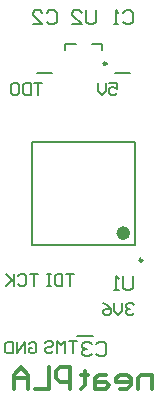
<source format=gbo>
G04*
G04 #@! TF.GenerationSoftware,Altium Limited,CircuitStudio,1.5.1 (13)*
G04*
G04 Layer_Color=13948096*
%FSAX43Y43*%
%MOMM*%
G71*
G01*
G75*
%ADD28C,0.250*%
%ADD29C,0.600*%
%ADD30C,0.200*%
%ADD31C,0.300*%
D28*
X0040510Y0038800D02*
G03*
X0040510Y0038800I-0000125J0000000D01*
G01*
X0037485Y0055438D02*
G03*
X0037485Y0055438I-0000125J0000000D01*
G01*
D29*
X0039210Y0041100D02*
G03*
X0039210Y0041100I-0000300J0000000D01*
G01*
D30*
X0035014Y0032406D02*
X0036314D01*
X0031210Y0040100D02*
X0039910D01*
X0031210Y0048800D02*
X0039910D01*
Y0040100D02*
Y0048800D01*
X0031210Y0040100D02*
Y0048800D01*
X0031608Y0054615D02*
X0032908D01*
X0038212D02*
X0039512D01*
X0034010Y0057088D02*
X0034860D01*
X0034010Y0056588D02*
Y0057088D01*
X0036260D02*
X0037110D01*
Y0056588D02*
Y0057088D01*
X0036630Y0030878D02*
X0036830Y0030678D01*
X0037230D01*
X0037430Y0030878D01*
Y0031677D01*
X0037230Y0031877D01*
X0036830D01*
X0036630Y0031677D01*
X0036230Y0030878D02*
X0036030Y0030678D01*
X0035630D01*
X0035430Y0030878D01*
Y0031078D01*
X0035630Y0031278D01*
X0035830D01*
X0035630D01*
X0035430Y0031478D01*
Y0031677D01*
X0035630Y0031877D01*
X0036030D01*
X0036230Y0031677D01*
X0032452Y0059766D02*
X0032652Y0059966D01*
X0033052D01*
X0033252Y0059766D01*
Y0058966D01*
X0033052Y0058766D01*
X0032652D01*
X0032452Y0058966D01*
X0031253Y0058766D02*
X0032052D01*
X0031253Y0059566D01*
Y0059766D01*
X0031453Y0059966D01*
X0031852D01*
X0032052Y0059766D01*
X0038894Y0059773D02*
X0039094Y0059973D01*
X0039494D01*
X0039694Y0059773D01*
Y0058973D01*
X0039494Y0058773D01*
X0039094D01*
X0038894Y0058973D01*
X0038494Y0058773D02*
X0038094D01*
X0038294D01*
Y0059973D01*
X0038494Y0059773D01*
X0039708Y0037441D02*
Y0036441D01*
X0039508Y0036241D01*
X0039108D01*
X0038908Y0036441D01*
Y0037441D01*
X0038508Y0036241D02*
X0038108D01*
X0038308D01*
Y0037441D01*
X0038508Y0037241D01*
X0036570Y0059963D02*
Y0058964D01*
X0036371Y0058764D01*
X0035971D01*
X0035771Y0058964D01*
Y0059963D01*
X0034571Y0058764D02*
X0035371D01*
X0034571Y0059563D01*
Y0059763D01*
X0034771Y0059963D01*
X0035171D01*
X0035371Y0059763D01*
X0037732Y0053815D02*
X0038398D01*
Y0053315D01*
X0038065Y0053481D01*
X0037898D01*
X0037732Y0053315D01*
Y0052982D01*
X0037898Y0052815D01*
X0038232D01*
X0038398Y0052982D01*
X0037399Y0053815D02*
Y0053148D01*
X0037065Y0052815D01*
X0036732Y0053148D01*
Y0053815D01*
X0032050Y0053805D02*
X0031384D01*
X0031717D01*
Y0052805D01*
X0031050Y0053805D02*
Y0052805D01*
X0030550D01*
X0030384Y0052972D01*
Y0053638D01*
X0030550Y0053805D01*
X0031050D01*
X0029551D02*
X0029884D01*
X0030051Y0053638D01*
Y0052972D01*
X0029884Y0052805D01*
X0029551D01*
X0029384Y0052972D01*
Y0053638D01*
X0029551Y0053805D01*
X0034750Y0037630D02*
X0034084D01*
X0034417D01*
Y0036630D01*
X0033750Y0037630D02*
Y0036630D01*
X0033250D01*
X0033084Y0036797D01*
Y0037463D01*
X0033250Y0037630D01*
X0033750D01*
X0032751D02*
X0032417D01*
X0032584D01*
Y0036630D01*
X0032751D01*
X0032417D01*
X0034955Y0031923D02*
X0034289D01*
X0034622D01*
Y0030923D01*
X0033956D02*
Y0031923D01*
X0033622Y0031590D01*
X0033289Y0031923D01*
Y0030923D01*
X0032289Y0031757D02*
X0032456Y0031923D01*
X0032789D01*
X0032956Y0031757D01*
Y0031590D01*
X0032789Y0031423D01*
X0032456D01*
X0032289Y0031257D01*
Y0031090D01*
X0032456Y0030923D01*
X0032789D01*
X0032956Y0031090D01*
X0031650Y0037630D02*
X0030984D01*
X0031317D01*
Y0036630D01*
X0029984Y0037463D02*
X0030150Y0037630D01*
X0030484D01*
X0030650Y0037463D01*
Y0036797D01*
X0030484Y0036630D01*
X0030150D01*
X0029984Y0036797D01*
X0029651Y0037630D02*
Y0036630D01*
Y0036963D01*
X0028984Y0037630D01*
X0029484Y0037130D01*
X0028984Y0036630D01*
X0030884Y0031738D02*
X0031050Y0031905D01*
X0031383D01*
X0031550Y0031738D01*
Y0031072D01*
X0031383Y0030905D01*
X0031050D01*
X0030884Y0031072D01*
Y0031405D01*
X0031217D01*
X0030550Y0030905D02*
Y0031905D01*
X0029884Y0030905D01*
Y0031905D01*
X0029551D02*
Y0030905D01*
X0029051D01*
X0028884Y0031072D01*
Y0031738D01*
X0029051Y0031905D01*
X0029551D01*
X0039823Y0035034D02*
X0039656Y0035200D01*
X0039323D01*
X0039156Y0035034D01*
Y0034867D01*
X0039323Y0034701D01*
X0039489D01*
X0039323D01*
X0039156Y0034534D01*
Y0034367D01*
X0039323Y0034201D01*
X0039656D01*
X0039823Y0034367D01*
X0038823Y0035200D02*
Y0034534D01*
X0038490Y0034201D01*
X0038156Y0034534D01*
Y0035200D01*
X0037157D02*
X0037490Y0035034D01*
X0037823Y0034701D01*
Y0034367D01*
X0037657Y0034201D01*
X0037323D01*
X0037157Y0034367D01*
Y0034534D01*
X0037323Y0034701D01*
X0037823D01*
D31*
X0041326Y0027924D02*
Y0029124D01*
X0040427D01*
X0040127Y0028824D01*
Y0027924D01*
X0038627D02*
X0039227D01*
X0039527Y0028224D01*
Y0028824D01*
X0039227Y0029124D01*
X0038627D01*
X0038327Y0028824D01*
Y0028524D01*
X0039527D01*
X0037428Y0029124D02*
X0036828D01*
X0036528Y0028824D01*
Y0027924D01*
X0037428D01*
X0037727Y0028224D01*
X0037428Y0028524D01*
X0036528D01*
X0035628Y0029424D02*
Y0029124D01*
X0035928D01*
X0035328D01*
X0035628D01*
Y0028224D01*
X0035328Y0027924D01*
X0034429D02*
Y0029723D01*
X0033529D01*
X0033229Y0029424D01*
Y0028824D01*
X0033529Y0028524D01*
X0034429D01*
X0032629Y0029723D02*
Y0027924D01*
X0031430D01*
X0030830D02*
Y0029124D01*
X0030230Y0029723D01*
X0029630Y0029124D01*
Y0027924D01*
Y0028824D01*
X0030830D01*
M02*

</source>
